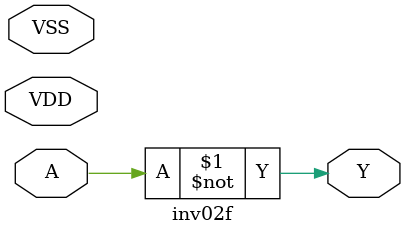
<source format=v>


module inv02f ( Y, VSS, VDD, A );

  input A;
  output Y;
  inout VDD;
  inout VSS;
  
  assign Y = ~A;

endmodule

</source>
